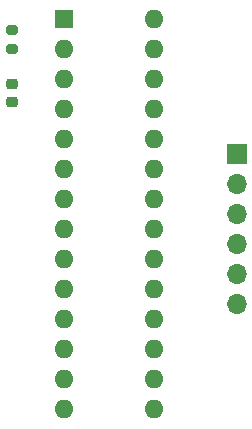
<source format=gbr>
%TF.GenerationSoftware,KiCad,Pcbnew,7.0.1*%
%TF.CreationDate,2023-05-04T02:21:34+01:00*%
%TF.ProjectId,wiikey_dip,7769696b-6579-45f6-9469-702e6b696361,rev?*%
%TF.SameCoordinates,Original*%
%TF.FileFunction,Soldermask,Top*%
%TF.FilePolarity,Negative*%
%FSLAX46Y46*%
G04 Gerber Fmt 4.6, Leading zero omitted, Abs format (unit mm)*
G04 Created by KiCad (PCBNEW 7.0.1) date 2023-05-04 02:21:34*
%MOMM*%
%LPD*%
G01*
G04 APERTURE LIST*
G04 Aperture macros list*
%AMRoundRect*
0 Rectangle with rounded corners*
0 $1 Rounding radius*
0 $2 $3 $4 $5 $6 $7 $8 $9 X,Y pos of 4 corners*
0 Add a 4 corners polygon primitive as box body*
4,1,4,$2,$3,$4,$5,$6,$7,$8,$9,$2,$3,0*
0 Add four circle primitives for the rounded corners*
1,1,$1+$1,$2,$3*
1,1,$1+$1,$4,$5*
1,1,$1+$1,$6,$7*
1,1,$1+$1,$8,$9*
0 Add four rect primitives between the rounded corners*
20,1,$1+$1,$2,$3,$4,$5,0*
20,1,$1+$1,$4,$5,$6,$7,0*
20,1,$1+$1,$6,$7,$8,$9,0*
20,1,$1+$1,$8,$9,$2,$3,0*%
G04 Aperture macros list end*
%ADD10R,1.600000X1.600000*%
%ADD11O,1.600000X1.600000*%
%ADD12RoundRect,0.200000X0.275000X-0.200000X0.275000X0.200000X-0.275000X0.200000X-0.275000X-0.200000X0*%
%ADD13R,1.700000X1.700000*%
%ADD14O,1.700000X1.700000*%
%ADD15RoundRect,0.225000X0.250000X-0.225000X0.250000X0.225000X-0.250000X0.225000X-0.250000X-0.225000X0*%
G04 APERTURE END LIST*
D10*
%TO.C,U1*%
X153035000Y-79375000D03*
D11*
X153035000Y-81915000D03*
X153035000Y-84455000D03*
X153035000Y-86995000D03*
X153035000Y-89535000D03*
X153035000Y-92075000D03*
X153035000Y-94615000D03*
X153035000Y-97155000D03*
X153035000Y-99695000D03*
X153035000Y-102235000D03*
X153035000Y-104775000D03*
X153035000Y-107315000D03*
X153035000Y-109855000D03*
X153035000Y-112395000D03*
X160655000Y-112395000D03*
X160655000Y-109855000D03*
X160655000Y-107315000D03*
X160655000Y-104775000D03*
X160655000Y-102235000D03*
X160655000Y-99695000D03*
X160655000Y-97155000D03*
X160655000Y-94615000D03*
X160655000Y-92075000D03*
X160655000Y-89535000D03*
X160655000Y-86995000D03*
X160655000Y-84455000D03*
X160655000Y-81915000D03*
X160655000Y-79375000D03*
%TD*%
D12*
%TO.C,R1*%
X148590000Y-81915000D03*
X148590000Y-80265000D03*
%TD*%
D13*
%TO.C,J1*%
X167640000Y-90805000D03*
D14*
X167640000Y-93345000D03*
X167640000Y-95885000D03*
X167640000Y-98425000D03*
X167640000Y-100965000D03*
X167640000Y-103505000D03*
%TD*%
D15*
%TO.C,C1*%
X148590000Y-86360000D03*
X148590000Y-84810000D03*
%TD*%
M02*

</source>
